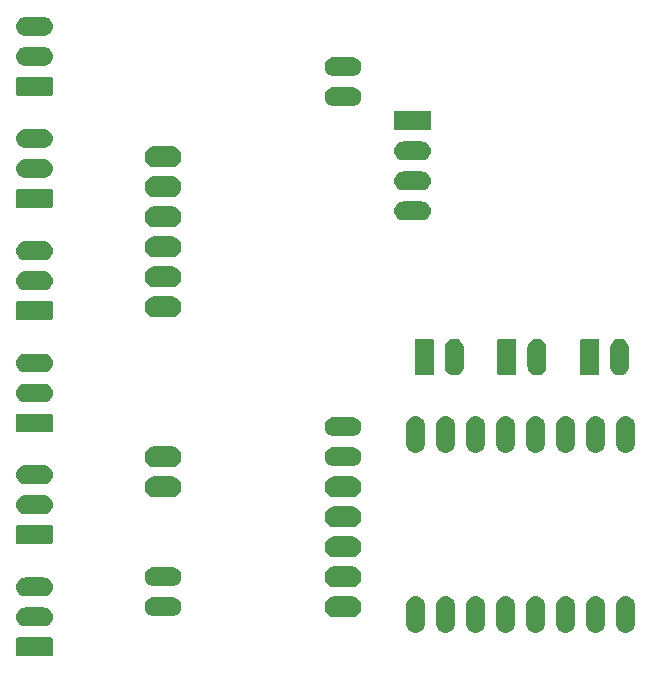
<source format=gbr>
G04 #@! TF.GenerationSoftware,KiCad,Pcbnew,5.0.2*
G04 #@! TF.CreationDate,2019-08-26T11:15:14-03:00*
G04 #@! TF.ProjectId,iceCubeNomeFeio,69636543-7562-4654-9e6f-6d654665696f,rev?*
G04 #@! TF.SameCoordinates,Original*
G04 #@! TF.FileFunction,Soldermask,Top*
G04 #@! TF.FilePolarity,Negative*
%FSLAX46Y46*%
G04 Gerber Fmt 4.6, Leading zero omitted, Abs format (unit mm)*
G04 Created by KiCad (PCBNEW 5.0.2) date seg 26 ago 2019 11:15:14 -03*
%MOMM*%
%LPD*%
G01*
G04 APERTURE LIST*
%ADD10C,0.100000*%
G04 APERTURE END LIST*
D10*
G36*
X121936834Y-118242315D02*
X121963303Y-118250344D01*
X121987695Y-118263382D01*
X122009073Y-118280927D01*
X122026618Y-118302305D01*
X122039656Y-118326697D01*
X122047685Y-118353166D01*
X122051000Y-118386826D01*
X122051000Y-119693174D01*
X122047685Y-119726834D01*
X122039656Y-119753303D01*
X122026618Y-119777695D01*
X122009073Y-119799073D01*
X121987695Y-119816618D01*
X121963303Y-119829656D01*
X121936834Y-119837685D01*
X121903174Y-119841000D01*
X119096826Y-119841000D01*
X119063166Y-119837685D01*
X119036697Y-119829656D01*
X119012305Y-119816618D01*
X118990927Y-119799073D01*
X118973382Y-119777695D01*
X118960344Y-119753303D01*
X118952315Y-119726834D01*
X118949000Y-119693174D01*
X118949000Y-118386826D01*
X118952315Y-118353166D01*
X118960344Y-118326697D01*
X118973382Y-118302305D01*
X118990927Y-118280927D01*
X119012305Y-118263382D01*
X119036697Y-118250344D01*
X119063166Y-118242315D01*
X119096826Y-118239000D01*
X121903174Y-118239000D01*
X121936834Y-118242315D01*
X121936834Y-118242315D01*
G37*
G36*
X170707025Y-114740590D02*
X170858012Y-114786392D01*
X170997165Y-114860770D01*
X171119133Y-114960867D01*
X171219230Y-115082835D01*
X171293608Y-115221988D01*
X171339410Y-115372975D01*
X171351000Y-115490654D01*
X171351000Y-117069346D01*
X171339410Y-117187025D01*
X171293608Y-117338012D01*
X171219230Y-117477165D01*
X171119136Y-117599130D01*
X171119134Y-117599131D01*
X171119133Y-117599133D01*
X171119129Y-117599136D01*
X170997161Y-117699232D01*
X170858011Y-117773608D01*
X170707024Y-117819410D01*
X170550000Y-117834875D01*
X170392975Y-117819410D01*
X170241988Y-117773608D01*
X170102835Y-117699230D01*
X169980870Y-117599136D01*
X169980869Y-117599134D01*
X169980867Y-117599133D01*
X169930819Y-117538149D01*
X169880768Y-117477161D01*
X169806392Y-117338011D01*
X169760590Y-117187024D01*
X169749000Y-117069345D01*
X169749001Y-115490654D01*
X169760591Y-115372975D01*
X169806393Y-115221988D01*
X169880771Y-115082835D01*
X169980868Y-114960867D01*
X170102836Y-114860770D01*
X170241989Y-114786392D01*
X170392976Y-114740590D01*
X170550000Y-114725125D01*
X170707025Y-114740590D01*
X170707025Y-114740590D01*
G37*
G36*
X168167025Y-114740590D02*
X168318012Y-114786392D01*
X168457165Y-114860770D01*
X168579133Y-114960867D01*
X168679230Y-115082835D01*
X168753608Y-115221988D01*
X168799410Y-115372975D01*
X168811000Y-115490654D01*
X168811000Y-117069346D01*
X168799410Y-117187025D01*
X168753608Y-117338012D01*
X168679230Y-117477165D01*
X168579136Y-117599130D01*
X168579134Y-117599131D01*
X168579133Y-117599133D01*
X168579129Y-117599136D01*
X168457161Y-117699232D01*
X168318011Y-117773608D01*
X168167024Y-117819410D01*
X168010000Y-117834875D01*
X167852975Y-117819410D01*
X167701988Y-117773608D01*
X167562835Y-117699230D01*
X167440870Y-117599136D01*
X167440869Y-117599134D01*
X167440867Y-117599133D01*
X167390819Y-117538149D01*
X167340768Y-117477161D01*
X167266392Y-117338011D01*
X167220590Y-117187024D01*
X167209000Y-117069345D01*
X167209001Y-115490654D01*
X167220591Y-115372975D01*
X167266393Y-115221988D01*
X167340771Y-115082835D01*
X167440868Y-114960867D01*
X167562836Y-114860770D01*
X167701989Y-114786392D01*
X167852976Y-114740590D01*
X168010000Y-114725125D01*
X168167025Y-114740590D01*
X168167025Y-114740590D01*
G37*
G36*
X165627025Y-114740590D02*
X165778012Y-114786392D01*
X165917165Y-114860770D01*
X166039133Y-114960867D01*
X166139230Y-115082835D01*
X166213608Y-115221988D01*
X166259410Y-115372975D01*
X166271000Y-115490654D01*
X166271000Y-117069346D01*
X166259410Y-117187025D01*
X166213608Y-117338012D01*
X166139230Y-117477165D01*
X166039136Y-117599130D01*
X166039134Y-117599131D01*
X166039133Y-117599133D01*
X166039129Y-117599136D01*
X165917161Y-117699232D01*
X165778011Y-117773608D01*
X165627024Y-117819410D01*
X165470000Y-117834875D01*
X165312975Y-117819410D01*
X165161988Y-117773608D01*
X165022835Y-117699230D01*
X164900870Y-117599136D01*
X164900869Y-117599134D01*
X164900867Y-117599133D01*
X164850819Y-117538149D01*
X164800768Y-117477161D01*
X164726392Y-117338011D01*
X164680590Y-117187024D01*
X164669000Y-117069345D01*
X164669001Y-115490654D01*
X164680591Y-115372975D01*
X164726393Y-115221988D01*
X164800771Y-115082835D01*
X164900868Y-114960867D01*
X165022836Y-114860770D01*
X165161989Y-114786392D01*
X165312976Y-114740590D01*
X165470000Y-114725125D01*
X165627025Y-114740590D01*
X165627025Y-114740590D01*
G37*
G36*
X163087025Y-114740590D02*
X163238012Y-114786392D01*
X163377165Y-114860770D01*
X163499133Y-114960867D01*
X163599230Y-115082835D01*
X163673608Y-115221988D01*
X163719410Y-115372975D01*
X163731000Y-115490654D01*
X163731000Y-117069346D01*
X163719410Y-117187025D01*
X163673608Y-117338012D01*
X163599230Y-117477165D01*
X163499136Y-117599130D01*
X163499134Y-117599131D01*
X163499133Y-117599133D01*
X163499129Y-117599136D01*
X163377161Y-117699232D01*
X163238011Y-117773608D01*
X163087024Y-117819410D01*
X162930000Y-117834875D01*
X162772975Y-117819410D01*
X162621988Y-117773608D01*
X162482835Y-117699230D01*
X162360870Y-117599136D01*
X162360869Y-117599134D01*
X162360867Y-117599133D01*
X162310819Y-117538149D01*
X162260768Y-117477161D01*
X162186392Y-117338011D01*
X162140590Y-117187024D01*
X162129000Y-117069345D01*
X162129001Y-115490654D01*
X162140591Y-115372975D01*
X162186393Y-115221988D01*
X162260771Y-115082835D01*
X162360868Y-114960867D01*
X162482836Y-114860770D01*
X162621989Y-114786392D01*
X162772976Y-114740590D01*
X162930000Y-114725125D01*
X163087025Y-114740590D01*
X163087025Y-114740590D01*
G37*
G36*
X160547025Y-114740590D02*
X160698012Y-114786392D01*
X160837165Y-114860770D01*
X160959133Y-114960867D01*
X161059230Y-115082835D01*
X161133608Y-115221988D01*
X161179410Y-115372975D01*
X161191000Y-115490654D01*
X161191000Y-117069346D01*
X161179410Y-117187025D01*
X161133608Y-117338012D01*
X161059230Y-117477165D01*
X160959136Y-117599130D01*
X160959134Y-117599131D01*
X160959133Y-117599133D01*
X160959129Y-117599136D01*
X160837161Y-117699232D01*
X160698011Y-117773608D01*
X160547024Y-117819410D01*
X160390000Y-117834875D01*
X160232975Y-117819410D01*
X160081988Y-117773608D01*
X159942835Y-117699230D01*
X159820870Y-117599136D01*
X159820869Y-117599134D01*
X159820867Y-117599133D01*
X159770819Y-117538149D01*
X159720768Y-117477161D01*
X159646392Y-117338011D01*
X159600590Y-117187024D01*
X159589000Y-117069345D01*
X159589001Y-115490654D01*
X159600591Y-115372975D01*
X159646393Y-115221988D01*
X159720771Y-115082835D01*
X159820868Y-114960867D01*
X159942836Y-114860770D01*
X160081989Y-114786392D01*
X160232976Y-114740590D01*
X160390000Y-114725125D01*
X160547025Y-114740590D01*
X160547025Y-114740590D01*
G37*
G36*
X158007025Y-114740590D02*
X158158012Y-114786392D01*
X158297165Y-114860770D01*
X158419133Y-114960867D01*
X158519230Y-115082835D01*
X158593608Y-115221988D01*
X158639410Y-115372975D01*
X158651000Y-115490654D01*
X158651000Y-117069346D01*
X158639410Y-117187025D01*
X158593608Y-117338012D01*
X158519230Y-117477165D01*
X158419136Y-117599130D01*
X158419134Y-117599131D01*
X158419133Y-117599133D01*
X158419129Y-117599136D01*
X158297161Y-117699232D01*
X158158011Y-117773608D01*
X158007024Y-117819410D01*
X157850000Y-117834875D01*
X157692975Y-117819410D01*
X157541988Y-117773608D01*
X157402835Y-117699230D01*
X157280870Y-117599136D01*
X157280869Y-117599134D01*
X157280867Y-117599133D01*
X157230819Y-117538149D01*
X157180768Y-117477161D01*
X157106392Y-117338011D01*
X157060590Y-117187024D01*
X157049000Y-117069345D01*
X157049001Y-115490654D01*
X157060591Y-115372975D01*
X157106393Y-115221988D01*
X157180771Y-115082835D01*
X157280868Y-114960867D01*
X157402836Y-114860770D01*
X157541989Y-114786392D01*
X157692976Y-114740590D01*
X157850000Y-114725125D01*
X158007025Y-114740590D01*
X158007025Y-114740590D01*
G37*
G36*
X155467025Y-114740590D02*
X155618012Y-114786392D01*
X155757165Y-114860770D01*
X155879133Y-114960867D01*
X155979230Y-115082835D01*
X156053608Y-115221988D01*
X156099410Y-115372975D01*
X156111000Y-115490654D01*
X156111000Y-117069346D01*
X156099410Y-117187025D01*
X156053608Y-117338012D01*
X155979230Y-117477165D01*
X155879136Y-117599130D01*
X155879134Y-117599131D01*
X155879133Y-117599133D01*
X155879129Y-117599136D01*
X155757161Y-117699232D01*
X155618011Y-117773608D01*
X155467024Y-117819410D01*
X155310000Y-117834875D01*
X155152975Y-117819410D01*
X155001988Y-117773608D01*
X154862835Y-117699230D01*
X154740870Y-117599136D01*
X154740869Y-117599134D01*
X154740867Y-117599133D01*
X154690819Y-117538149D01*
X154640768Y-117477161D01*
X154566392Y-117338011D01*
X154520590Y-117187024D01*
X154509000Y-117069345D01*
X154509001Y-115490654D01*
X154520591Y-115372975D01*
X154566393Y-115221988D01*
X154640771Y-115082835D01*
X154740868Y-114960867D01*
X154862836Y-114860770D01*
X155001989Y-114786392D01*
X155152976Y-114740590D01*
X155310000Y-114725125D01*
X155467025Y-114740590D01*
X155467025Y-114740590D01*
G37*
G36*
X152927025Y-114740590D02*
X153078012Y-114786392D01*
X153217165Y-114860770D01*
X153339133Y-114960867D01*
X153439230Y-115082835D01*
X153513608Y-115221988D01*
X153559410Y-115372975D01*
X153571000Y-115490654D01*
X153571000Y-117069346D01*
X153559410Y-117187025D01*
X153513608Y-117338012D01*
X153439230Y-117477165D01*
X153339136Y-117599130D01*
X153339134Y-117599131D01*
X153339133Y-117599133D01*
X153339129Y-117599136D01*
X153217161Y-117699232D01*
X153078011Y-117773608D01*
X152927024Y-117819410D01*
X152770000Y-117834875D01*
X152612975Y-117819410D01*
X152461988Y-117773608D01*
X152322835Y-117699230D01*
X152200870Y-117599136D01*
X152200869Y-117599134D01*
X152200867Y-117599133D01*
X152150819Y-117538149D01*
X152100768Y-117477161D01*
X152026392Y-117338011D01*
X151980590Y-117187024D01*
X151969000Y-117069345D01*
X151969001Y-115490654D01*
X151980591Y-115372975D01*
X152026393Y-115221988D01*
X152100771Y-115082835D01*
X152200868Y-114960867D01*
X152322836Y-114860770D01*
X152461989Y-114786392D01*
X152612976Y-114740590D01*
X152770000Y-114725125D01*
X152927025Y-114740590D01*
X152927025Y-114740590D01*
G37*
G36*
X121407025Y-115710590D02*
X121558012Y-115756392D01*
X121697165Y-115830770D01*
X121819133Y-115930867D01*
X121919230Y-116052835D01*
X121993608Y-116191988D01*
X122039410Y-116342975D01*
X122054875Y-116500000D01*
X122039410Y-116657025D01*
X121993608Y-116808012D01*
X121919230Y-116947165D01*
X121819133Y-117069133D01*
X121697165Y-117169230D01*
X121558012Y-117243608D01*
X121407025Y-117289410D01*
X121289346Y-117301000D01*
X119710654Y-117301000D01*
X119592975Y-117289410D01*
X119441988Y-117243608D01*
X119302835Y-117169230D01*
X119180867Y-117069133D01*
X119080770Y-116947165D01*
X119006392Y-116808012D01*
X118960590Y-116657025D01*
X118945125Y-116500000D01*
X118960590Y-116342975D01*
X119006392Y-116191988D01*
X119080770Y-116052835D01*
X119180867Y-115930867D01*
X119302835Y-115830770D01*
X119441988Y-115756392D01*
X119592975Y-115710590D01*
X119710654Y-115699000D01*
X121289346Y-115699000D01*
X121407025Y-115710590D01*
X121407025Y-115710590D01*
G37*
G36*
X147380443Y-114735519D02*
X147446627Y-114742037D01*
X147559853Y-114776384D01*
X147616467Y-114793557D01*
X147682775Y-114829000D01*
X147772991Y-114877222D01*
X147808729Y-114906552D01*
X147910186Y-114989814D01*
X147986525Y-115082835D01*
X148022778Y-115127009D01*
X148022779Y-115127011D01*
X148106443Y-115283533D01*
X148106443Y-115283534D01*
X148157963Y-115453373D01*
X148175359Y-115630000D01*
X148157963Y-115806627D01*
X148150639Y-115830770D01*
X148106443Y-115976467D01*
X148065623Y-116052835D01*
X148022778Y-116132991D01*
X147993448Y-116168729D01*
X147910186Y-116270186D01*
X147808729Y-116353448D01*
X147772991Y-116382778D01*
X147772989Y-116382779D01*
X147616467Y-116466443D01*
X147559853Y-116483616D01*
X147446627Y-116517963D01*
X147380443Y-116524481D01*
X147314260Y-116531000D01*
X145925740Y-116531000D01*
X145859557Y-116524481D01*
X145793373Y-116517963D01*
X145680147Y-116483616D01*
X145623533Y-116466443D01*
X145467011Y-116382779D01*
X145467009Y-116382778D01*
X145431271Y-116353448D01*
X145329814Y-116270186D01*
X145246552Y-116168729D01*
X145217222Y-116132991D01*
X145174377Y-116052835D01*
X145133557Y-115976467D01*
X145089361Y-115830770D01*
X145082037Y-115806627D01*
X145064641Y-115630000D01*
X145082037Y-115453373D01*
X145133557Y-115283534D01*
X145133557Y-115283533D01*
X145217221Y-115127011D01*
X145217222Y-115127009D01*
X145253475Y-115082835D01*
X145329814Y-114989814D01*
X145431271Y-114906552D01*
X145467009Y-114877222D01*
X145557225Y-114829000D01*
X145623533Y-114793557D01*
X145680147Y-114776384D01*
X145793373Y-114742037D01*
X145859557Y-114735519D01*
X145925740Y-114729000D01*
X147314260Y-114729000D01*
X147380443Y-114735519D01*
X147380443Y-114735519D01*
G37*
G36*
X132287025Y-114840590D02*
X132438012Y-114886392D01*
X132577165Y-114960770D01*
X132699133Y-115060867D01*
X132799230Y-115182835D01*
X132873608Y-115321988D01*
X132919410Y-115472975D01*
X132934875Y-115630000D01*
X132919410Y-115787025D01*
X132873608Y-115938012D01*
X132799230Y-116077165D01*
X132699133Y-116199133D01*
X132577165Y-116299230D01*
X132438012Y-116373608D01*
X132287025Y-116419410D01*
X132169346Y-116431000D01*
X130590654Y-116431000D01*
X130472975Y-116419410D01*
X130321988Y-116373608D01*
X130182835Y-116299230D01*
X130060867Y-116199133D01*
X129960770Y-116077165D01*
X129886392Y-115938012D01*
X129840590Y-115787025D01*
X129825125Y-115630000D01*
X129840590Y-115472975D01*
X129886392Y-115321988D01*
X129960770Y-115182835D01*
X130060867Y-115060867D01*
X130182835Y-114960770D01*
X130321988Y-114886392D01*
X130472975Y-114840590D01*
X130590654Y-114829000D01*
X132169346Y-114829000D01*
X132287025Y-114840590D01*
X132287025Y-114840590D01*
G37*
G36*
X121407025Y-113170590D02*
X121558012Y-113216392D01*
X121697165Y-113290770D01*
X121819133Y-113390867D01*
X121919230Y-113512835D01*
X121993608Y-113651988D01*
X122039410Y-113802975D01*
X122054875Y-113960000D01*
X122039410Y-114117025D01*
X121993608Y-114268012D01*
X121919230Y-114407165D01*
X121819133Y-114529133D01*
X121697165Y-114629230D01*
X121558012Y-114703608D01*
X121407025Y-114749410D01*
X121289346Y-114761000D01*
X119710654Y-114761000D01*
X119592975Y-114749410D01*
X119441988Y-114703608D01*
X119302835Y-114629230D01*
X119180867Y-114529133D01*
X119080770Y-114407165D01*
X119006392Y-114268012D01*
X118960590Y-114117025D01*
X118945125Y-113960000D01*
X118960590Y-113802975D01*
X119006392Y-113651988D01*
X119080770Y-113512835D01*
X119180867Y-113390867D01*
X119302835Y-113290770D01*
X119441988Y-113216392D01*
X119592975Y-113170590D01*
X119710654Y-113159000D01*
X121289346Y-113159000D01*
X121407025Y-113170590D01*
X121407025Y-113170590D01*
G37*
G36*
X147380443Y-112195519D02*
X147446627Y-112202037D01*
X147559853Y-112236384D01*
X147616467Y-112253557D01*
X147682775Y-112289000D01*
X147772991Y-112337222D01*
X147808729Y-112366552D01*
X147910186Y-112449814D01*
X147993448Y-112551271D01*
X148022778Y-112587009D01*
X148022779Y-112587011D01*
X148106443Y-112743533D01*
X148106443Y-112743534D01*
X148157963Y-112913373D01*
X148175359Y-113090000D01*
X148157963Y-113266627D01*
X148150639Y-113290770D01*
X148106443Y-113436467D01*
X148065623Y-113512835D01*
X148022778Y-113592991D01*
X147993448Y-113628729D01*
X147910186Y-113730186D01*
X147808729Y-113813448D01*
X147772991Y-113842778D01*
X147772989Y-113842779D01*
X147616467Y-113926443D01*
X147559853Y-113943616D01*
X147446627Y-113977963D01*
X147380443Y-113984481D01*
X147314260Y-113991000D01*
X145925740Y-113991000D01*
X145859557Y-113984481D01*
X145793373Y-113977963D01*
X145680147Y-113943616D01*
X145623533Y-113926443D01*
X145467011Y-113842779D01*
X145467009Y-113842778D01*
X145431271Y-113813448D01*
X145329814Y-113730186D01*
X145246552Y-113628729D01*
X145217222Y-113592991D01*
X145174377Y-113512835D01*
X145133557Y-113436467D01*
X145089361Y-113290770D01*
X145082037Y-113266627D01*
X145064641Y-113090000D01*
X145082037Y-112913373D01*
X145133557Y-112743534D01*
X145133557Y-112743533D01*
X145217221Y-112587011D01*
X145217222Y-112587009D01*
X145246552Y-112551271D01*
X145329814Y-112449814D01*
X145431271Y-112366552D01*
X145467009Y-112337222D01*
X145557225Y-112289000D01*
X145623533Y-112253557D01*
X145680147Y-112236384D01*
X145793373Y-112202037D01*
X145859557Y-112195519D01*
X145925740Y-112189000D01*
X147314260Y-112189000D01*
X147380443Y-112195519D01*
X147380443Y-112195519D01*
G37*
G36*
X132287025Y-112300590D02*
X132438012Y-112346392D01*
X132577165Y-112420770D01*
X132699133Y-112520867D01*
X132799230Y-112642835D01*
X132873608Y-112781988D01*
X132919410Y-112932975D01*
X132934875Y-113090000D01*
X132919410Y-113247025D01*
X132873608Y-113398012D01*
X132799230Y-113537165D01*
X132699133Y-113659133D01*
X132577165Y-113759230D01*
X132438012Y-113833608D01*
X132287025Y-113879410D01*
X132169346Y-113891000D01*
X130590654Y-113891000D01*
X130472975Y-113879410D01*
X130321988Y-113833608D01*
X130182835Y-113759230D01*
X130060867Y-113659133D01*
X129960770Y-113537165D01*
X129886392Y-113398012D01*
X129840590Y-113247025D01*
X129825125Y-113090000D01*
X129840590Y-112932975D01*
X129886392Y-112781988D01*
X129960770Y-112642835D01*
X130060867Y-112520867D01*
X130182835Y-112420770D01*
X130321988Y-112346392D01*
X130472975Y-112300590D01*
X130590654Y-112289000D01*
X132169346Y-112289000D01*
X132287025Y-112300590D01*
X132287025Y-112300590D01*
G37*
G36*
X147380443Y-109655519D02*
X147446627Y-109662037D01*
X147559853Y-109696384D01*
X147616467Y-109713557D01*
X147755087Y-109787652D01*
X147772991Y-109797222D01*
X147808729Y-109826552D01*
X147910186Y-109909814D01*
X147993448Y-110011271D01*
X148022778Y-110047009D01*
X148022779Y-110047011D01*
X148106443Y-110203533D01*
X148106443Y-110203534D01*
X148157963Y-110373373D01*
X148175359Y-110550000D01*
X148157963Y-110726627D01*
X148123616Y-110839853D01*
X148106443Y-110896467D01*
X148032348Y-111035087D01*
X148022778Y-111052991D01*
X147993448Y-111088729D01*
X147910186Y-111190186D01*
X147808729Y-111273448D01*
X147772991Y-111302778D01*
X147772989Y-111302779D01*
X147616467Y-111386443D01*
X147559853Y-111403616D01*
X147446627Y-111437963D01*
X147380443Y-111444481D01*
X147314260Y-111451000D01*
X145925740Y-111451000D01*
X145859557Y-111444481D01*
X145793373Y-111437963D01*
X145680147Y-111403616D01*
X145623533Y-111386443D01*
X145467011Y-111302779D01*
X145467009Y-111302778D01*
X145431271Y-111273448D01*
X145329814Y-111190186D01*
X145246552Y-111088729D01*
X145217222Y-111052991D01*
X145207652Y-111035087D01*
X145133557Y-110896467D01*
X145116384Y-110839853D01*
X145082037Y-110726627D01*
X145064641Y-110550000D01*
X145082037Y-110373373D01*
X145133557Y-110203534D01*
X145133557Y-110203533D01*
X145217221Y-110047011D01*
X145217222Y-110047009D01*
X145246552Y-110011271D01*
X145329814Y-109909814D01*
X145431271Y-109826552D01*
X145467009Y-109797222D01*
X145484913Y-109787652D01*
X145623533Y-109713557D01*
X145680147Y-109696384D01*
X145793373Y-109662037D01*
X145859557Y-109655519D01*
X145925740Y-109649000D01*
X147314260Y-109649000D01*
X147380443Y-109655519D01*
X147380443Y-109655519D01*
G37*
G36*
X121936834Y-108742315D02*
X121963303Y-108750344D01*
X121987695Y-108763382D01*
X122009073Y-108780927D01*
X122026618Y-108802305D01*
X122039656Y-108826697D01*
X122047685Y-108853166D01*
X122051000Y-108886826D01*
X122051000Y-110193174D01*
X122047685Y-110226834D01*
X122039656Y-110253303D01*
X122026618Y-110277695D01*
X122009073Y-110299073D01*
X121987695Y-110316618D01*
X121963303Y-110329656D01*
X121936834Y-110337685D01*
X121903174Y-110341000D01*
X119096826Y-110341000D01*
X119063166Y-110337685D01*
X119036697Y-110329656D01*
X119012305Y-110316618D01*
X118990927Y-110299073D01*
X118973382Y-110277695D01*
X118960344Y-110253303D01*
X118952315Y-110226834D01*
X118949000Y-110193174D01*
X118949000Y-108886826D01*
X118952315Y-108853166D01*
X118960344Y-108826697D01*
X118973382Y-108802305D01*
X118990927Y-108780927D01*
X119012305Y-108763382D01*
X119036697Y-108750344D01*
X119063166Y-108742315D01*
X119096826Y-108739000D01*
X121903174Y-108739000D01*
X121936834Y-108742315D01*
X121936834Y-108742315D01*
G37*
G36*
X147380442Y-107115518D02*
X147446627Y-107122037D01*
X147559853Y-107156384D01*
X147616467Y-107173557D01*
X147755087Y-107247652D01*
X147772991Y-107257222D01*
X147808729Y-107286552D01*
X147910186Y-107369814D01*
X147973665Y-107447165D01*
X148022778Y-107507009D01*
X148022779Y-107507011D01*
X148106443Y-107663533D01*
X148106443Y-107663534D01*
X148157963Y-107833373D01*
X148175359Y-108010000D01*
X148157963Y-108186627D01*
X148123616Y-108299853D01*
X148106443Y-108356467D01*
X148032348Y-108495087D01*
X148022778Y-108512991D01*
X147993448Y-108548729D01*
X147910186Y-108650186D01*
X147808729Y-108733448D01*
X147772991Y-108762778D01*
X147772989Y-108762779D01*
X147616467Y-108846443D01*
X147559853Y-108863616D01*
X147446627Y-108897963D01*
X147380442Y-108904482D01*
X147314260Y-108911000D01*
X145925740Y-108911000D01*
X145859558Y-108904482D01*
X145793373Y-108897963D01*
X145680147Y-108863616D01*
X145623533Y-108846443D01*
X145467011Y-108762779D01*
X145467009Y-108762778D01*
X145431271Y-108733448D01*
X145329814Y-108650186D01*
X145246552Y-108548729D01*
X145217222Y-108512991D01*
X145207652Y-108495087D01*
X145133557Y-108356467D01*
X145116384Y-108299853D01*
X145082037Y-108186627D01*
X145064641Y-108010000D01*
X145082037Y-107833373D01*
X145133557Y-107663534D01*
X145133557Y-107663533D01*
X145217221Y-107507011D01*
X145217222Y-107507009D01*
X145266335Y-107447165D01*
X145329814Y-107369814D01*
X145431271Y-107286552D01*
X145467009Y-107257222D01*
X145484913Y-107247652D01*
X145623533Y-107173557D01*
X145680147Y-107156384D01*
X145793373Y-107122037D01*
X145859558Y-107115518D01*
X145925740Y-107109000D01*
X147314260Y-107109000D01*
X147380442Y-107115518D01*
X147380442Y-107115518D01*
G37*
G36*
X121407025Y-106210590D02*
X121558012Y-106256392D01*
X121697165Y-106330770D01*
X121819133Y-106430867D01*
X121919230Y-106552835D01*
X121993608Y-106691988D01*
X122039410Y-106842975D01*
X122054875Y-107000000D01*
X122039410Y-107157025D01*
X121993608Y-107308012D01*
X121919230Y-107447165D01*
X121819133Y-107569133D01*
X121697165Y-107669230D01*
X121558012Y-107743608D01*
X121407025Y-107789410D01*
X121289346Y-107801000D01*
X119710654Y-107801000D01*
X119592975Y-107789410D01*
X119441988Y-107743608D01*
X119302835Y-107669230D01*
X119180867Y-107569133D01*
X119080770Y-107447165D01*
X119006392Y-107308012D01*
X118960590Y-107157025D01*
X118945125Y-107000000D01*
X118960590Y-106842975D01*
X119006392Y-106691988D01*
X119080770Y-106552835D01*
X119180867Y-106430867D01*
X119302835Y-106330770D01*
X119441988Y-106256392D01*
X119592975Y-106210590D01*
X119710654Y-106199000D01*
X121289346Y-106199000D01*
X121407025Y-106210590D01*
X121407025Y-106210590D01*
G37*
G36*
X147380443Y-104575519D02*
X147446627Y-104582037D01*
X147559853Y-104616384D01*
X147616467Y-104633557D01*
X147755087Y-104707652D01*
X147772991Y-104717222D01*
X147808729Y-104746552D01*
X147910186Y-104829814D01*
X147973665Y-104907165D01*
X148022778Y-104967009D01*
X148022779Y-104967011D01*
X148106443Y-105123533D01*
X148106443Y-105123534D01*
X148157963Y-105293373D01*
X148175359Y-105470000D01*
X148157963Y-105646627D01*
X148123616Y-105759853D01*
X148106443Y-105816467D01*
X148032348Y-105955087D01*
X148022778Y-105972991D01*
X147993448Y-106008729D01*
X147910186Y-106110186D01*
X147808729Y-106193448D01*
X147772991Y-106222778D01*
X147772989Y-106222779D01*
X147616467Y-106306443D01*
X147559853Y-106323616D01*
X147446627Y-106357963D01*
X147380442Y-106364482D01*
X147314260Y-106371000D01*
X145925740Y-106371000D01*
X145859558Y-106364482D01*
X145793373Y-106357963D01*
X145680147Y-106323616D01*
X145623533Y-106306443D01*
X145467011Y-106222779D01*
X145467009Y-106222778D01*
X145431271Y-106193448D01*
X145329814Y-106110186D01*
X145246552Y-106008729D01*
X145217222Y-105972991D01*
X145207652Y-105955087D01*
X145133557Y-105816467D01*
X145116384Y-105759853D01*
X145082037Y-105646627D01*
X145064641Y-105470000D01*
X145082037Y-105293373D01*
X145133557Y-105123534D01*
X145133557Y-105123533D01*
X145217221Y-104967011D01*
X145217222Y-104967009D01*
X145266335Y-104907165D01*
X145329814Y-104829814D01*
X145431271Y-104746552D01*
X145467009Y-104717222D01*
X145484913Y-104707652D01*
X145623533Y-104633557D01*
X145680147Y-104616384D01*
X145793373Y-104582037D01*
X145859557Y-104575519D01*
X145925740Y-104569000D01*
X147314260Y-104569000D01*
X147380443Y-104575519D01*
X147380443Y-104575519D01*
G37*
G36*
X132140443Y-104575519D02*
X132206627Y-104582037D01*
X132319853Y-104616384D01*
X132376467Y-104633557D01*
X132515087Y-104707652D01*
X132532991Y-104717222D01*
X132568729Y-104746552D01*
X132670186Y-104829814D01*
X132733665Y-104907165D01*
X132782778Y-104967009D01*
X132782779Y-104967011D01*
X132866443Y-105123533D01*
X132866443Y-105123534D01*
X132917963Y-105293373D01*
X132935359Y-105470000D01*
X132917963Y-105646627D01*
X132883616Y-105759853D01*
X132866443Y-105816467D01*
X132792348Y-105955087D01*
X132782778Y-105972991D01*
X132753448Y-106008729D01*
X132670186Y-106110186D01*
X132568729Y-106193448D01*
X132532991Y-106222778D01*
X132532989Y-106222779D01*
X132376467Y-106306443D01*
X132319853Y-106323616D01*
X132206627Y-106357963D01*
X132140442Y-106364482D01*
X132074260Y-106371000D01*
X130685740Y-106371000D01*
X130619558Y-106364482D01*
X130553373Y-106357963D01*
X130440147Y-106323616D01*
X130383533Y-106306443D01*
X130227011Y-106222779D01*
X130227009Y-106222778D01*
X130191271Y-106193448D01*
X130089814Y-106110186D01*
X130006552Y-106008729D01*
X129977222Y-105972991D01*
X129967652Y-105955087D01*
X129893557Y-105816467D01*
X129876384Y-105759853D01*
X129842037Y-105646627D01*
X129824641Y-105470000D01*
X129842037Y-105293373D01*
X129893557Y-105123534D01*
X129893557Y-105123533D01*
X129977221Y-104967011D01*
X129977222Y-104967009D01*
X130026335Y-104907165D01*
X130089814Y-104829814D01*
X130191271Y-104746552D01*
X130227009Y-104717222D01*
X130244913Y-104707652D01*
X130383533Y-104633557D01*
X130440147Y-104616384D01*
X130553373Y-104582037D01*
X130619557Y-104575519D01*
X130685740Y-104569000D01*
X132074260Y-104569000D01*
X132140443Y-104575519D01*
X132140443Y-104575519D01*
G37*
G36*
X121407025Y-103670590D02*
X121558012Y-103716392D01*
X121697165Y-103790770D01*
X121819133Y-103890867D01*
X121919230Y-104012835D01*
X121993608Y-104151988D01*
X122039410Y-104302975D01*
X122054875Y-104460000D01*
X122039410Y-104617025D01*
X121993608Y-104768012D01*
X121919230Y-104907165D01*
X121819133Y-105029133D01*
X121697165Y-105129230D01*
X121558012Y-105203608D01*
X121407025Y-105249410D01*
X121289346Y-105261000D01*
X119710654Y-105261000D01*
X119592975Y-105249410D01*
X119441988Y-105203608D01*
X119302835Y-105129230D01*
X119180867Y-105029133D01*
X119080770Y-104907165D01*
X119006392Y-104768012D01*
X118960590Y-104617025D01*
X118945125Y-104460000D01*
X118960590Y-104302975D01*
X119006392Y-104151988D01*
X119080770Y-104012835D01*
X119180867Y-103890867D01*
X119302835Y-103790770D01*
X119441988Y-103716392D01*
X119592975Y-103670590D01*
X119710654Y-103659000D01*
X121289346Y-103659000D01*
X121407025Y-103670590D01*
X121407025Y-103670590D01*
G37*
G36*
X132140442Y-102035518D02*
X132206627Y-102042037D01*
X132319853Y-102076384D01*
X132376467Y-102093557D01*
X132442775Y-102129000D01*
X132532991Y-102177222D01*
X132568729Y-102206552D01*
X132670186Y-102289814D01*
X132753448Y-102391271D01*
X132782778Y-102427009D01*
X132782779Y-102427011D01*
X132866443Y-102583533D01*
X132866443Y-102583534D01*
X132917963Y-102753373D01*
X132935359Y-102930000D01*
X132917963Y-103106627D01*
X132883616Y-103219853D01*
X132866443Y-103276467D01*
X132812618Y-103377165D01*
X132782778Y-103432991D01*
X132753448Y-103468729D01*
X132670186Y-103570186D01*
X132568729Y-103653448D01*
X132532991Y-103682778D01*
X132532989Y-103682779D01*
X132376467Y-103766443D01*
X132319853Y-103783616D01*
X132206627Y-103817963D01*
X132140442Y-103824482D01*
X132074260Y-103831000D01*
X130685740Y-103831000D01*
X130619558Y-103824482D01*
X130553373Y-103817963D01*
X130440147Y-103783616D01*
X130383533Y-103766443D01*
X130227011Y-103682779D01*
X130227009Y-103682778D01*
X130191271Y-103653448D01*
X130089814Y-103570186D01*
X130006552Y-103468729D01*
X129977222Y-103432991D01*
X129947382Y-103377165D01*
X129893557Y-103276467D01*
X129876384Y-103219853D01*
X129842037Y-103106627D01*
X129824641Y-102930000D01*
X129842037Y-102753373D01*
X129893557Y-102583534D01*
X129893557Y-102583533D01*
X129977221Y-102427011D01*
X129977222Y-102427009D01*
X130006552Y-102391271D01*
X130089814Y-102289814D01*
X130191271Y-102206552D01*
X130227009Y-102177222D01*
X130317225Y-102129000D01*
X130383533Y-102093557D01*
X130440147Y-102076384D01*
X130553373Y-102042037D01*
X130619557Y-102035519D01*
X130685740Y-102029000D01*
X132074260Y-102029000D01*
X132140442Y-102035518D01*
X132140442Y-102035518D01*
G37*
G36*
X147527025Y-102140590D02*
X147678012Y-102186392D01*
X147817165Y-102260770D01*
X147939133Y-102360867D01*
X148039230Y-102482835D01*
X148113608Y-102621988D01*
X148159410Y-102772975D01*
X148174875Y-102930000D01*
X148159410Y-103087025D01*
X148113608Y-103238012D01*
X148039230Y-103377165D01*
X147939133Y-103499133D01*
X147817165Y-103599230D01*
X147678012Y-103673608D01*
X147527025Y-103719410D01*
X147409346Y-103731000D01*
X145830654Y-103731000D01*
X145712975Y-103719410D01*
X145561988Y-103673608D01*
X145422835Y-103599230D01*
X145300867Y-103499133D01*
X145200770Y-103377165D01*
X145126392Y-103238012D01*
X145080590Y-103087025D01*
X145065125Y-102930000D01*
X145080590Y-102772975D01*
X145126392Y-102621988D01*
X145200770Y-102482835D01*
X145300867Y-102360867D01*
X145422835Y-102260770D01*
X145561988Y-102186392D01*
X145712975Y-102140590D01*
X145830654Y-102129000D01*
X147409346Y-102129000D01*
X147527025Y-102140590D01*
X147527025Y-102140590D01*
G37*
G36*
X168167025Y-99500590D02*
X168318012Y-99546392D01*
X168457165Y-99620770D01*
X168579133Y-99720867D01*
X168679230Y-99842835D01*
X168753608Y-99981988D01*
X168799410Y-100132975D01*
X168811000Y-100250654D01*
X168811000Y-101829346D01*
X168799410Y-101947025D01*
X168753608Y-102098012D01*
X168679230Y-102237165D01*
X168579136Y-102359130D01*
X168579134Y-102359131D01*
X168579133Y-102359133D01*
X168518148Y-102409181D01*
X168457161Y-102459232D01*
X168318011Y-102533608D01*
X168167024Y-102579410D01*
X168010000Y-102594875D01*
X167852975Y-102579410D01*
X167701988Y-102533608D01*
X167562835Y-102459230D01*
X167440870Y-102359136D01*
X167440869Y-102359134D01*
X167440867Y-102359133D01*
X167360144Y-102260771D01*
X167340768Y-102237161D01*
X167266392Y-102098011D01*
X167220590Y-101947024D01*
X167209000Y-101829345D01*
X167209001Y-100250654D01*
X167220591Y-100132975D01*
X167266393Y-99981988D01*
X167340771Y-99842835D01*
X167440868Y-99720867D01*
X167562836Y-99620770D01*
X167701989Y-99546392D01*
X167852976Y-99500590D01*
X168010000Y-99485125D01*
X168167025Y-99500590D01*
X168167025Y-99500590D01*
G37*
G36*
X165627025Y-99500590D02*
X165778012Y-99546392D01*
X165917165Y-99620770D01*
X166039133Y-99720867D01*
X166139230Y-99842835D01*
X166213608Y-99981988D01*
X166259410Y-100132975D01*
X166271000Y-100250654D01*
X166271000Y-101829346D01*
X166259410Y-101947025D01*
X166213608Y-102098012D01*
X166139230Y-102237165D01*
X166039136Y-102359130D01*
X166039134Y-102359131D01*
X166039133Y-102359133D01*
X165978148Y-102409181D01*
X165917161Y-102459232D01*
X165778011Y-102533608D01*
X165627024Y-102579410D01*
X165470000Y-102594875D01*
X165312975Y-102579410D01*
X165161988Y-102533608D01*
X165022835Y-102459230D01*
X164900870Y-102359136D01*
X164900869Y-102359134D01*
X164900867Y-102359133D01*
X164820144Y-102260771D01*
X164800768Y-102237161D01*
X164726392Y-102098011D01*
X164680590Y-101947024D01*
X164669000Y-101829345D01*
X164669001Y-100250654D01*
X164680591Y-100132975D01*
X164726393Y-99981988D01*
X164800771Y-99842835D01*
X164900868Y-99720867D01*
X165022836Y-99620770D01*
X165161989Y-99546392D01*
X165312976Y-99500590D01*
X165470000Y-99485125D01*
X165627025Y-99500590D01*
X165627025Y-99500590D01*
G37*
G36*
X163087025Y-99500590D02*
X163238012Y-99546392D01*
X163377165Y-99620770D01*
X163499133Y-99720867D01*
X163599230Y-99842835D01*
X163673608Y-99981988D01*
X163719410Y-100132975D01*
X163731000Y-100250654D01*
X163731000Y-101829346D01*
X163719410Y-101947025D01*
X163673608Y-102098012D01*
X163599230Y-102237165D01*
X163499136Y-102359130D01*
X163499134Y-102359131D01*
X163499133Y-102359133D01*
X163438148Y-102409181D01*
X163377161Y-102459232D01*
X163238011Y-102533608D01*
X163087024Y-102579410D01*
X162930000Y-102594875D01*
X162772975Y-102579410D01*
X162621988Y-102533608D01*
X162482835Y-102459230D01*
X162360870Y-102359136D01*
X162360869Y-102359134D01*
X162360867Y-102359133D01*
X162280144Y-102260771D01*
X162260768Y-102237161D01*
X162186392Y-102098011D01*
X162140590Y-101947024D01*
X162129000Y-101829345D01*
X162129001Y-100250654D01*
X162140591Y-100132975D01*
X162186393Y-99981988D01*
X162260771Y-99842835D01*
X162360868Y-99720867D01*
X162482836Y-99620770D01*
X162621989Y-99546392D01*
X162772976Y-99500590D01*
X162930000Y-99485125D01*
X163087025Y-99500590D01*
X163087025Y-99500590D01*
G37*
G36*
X160547025Y-99500590D02*
X160698012Y-99546392D01*
X160837165Y-99620770D01*
X160959133Y-99720867D01*
X161059230Y-99842835D01*
X161133608Y-99981988D01*
X161179410Y-100132975D01*
X161191000Y-100250654D01*
X161191000Y-101829346D01*
X161179410Y-101947025D01*
X161133608Y-102098012D01*
X161059230Y-102237165D01*
X160959136Y-102359130D01*
X160959134Y-102359131D01*
X160959133Y-102359133D01*
X160898148Y-102409181D01*
X160837161Y-102459232D01*
X160698011Y-102533608D01*
X160547024Y-102579410D01*
X160390000Y-102594875D01*
X160232975Y-102579410D01*
X160081988Y-102533608D01*
X159942835Y-102459230D01*
X159820870Y-102359136D01*
X159820869Y-102359134D01*
X159820867Y-102359133D01*
X159740144Y-102260771D01*
X159720768Y-102237161D01*
X159646392Y-102098011D01*
X159600590Y-101947024D01*
X159589000Y-101829345D01*
X159589001Y-100250654D01*
X159600591Y-100132975D01*
X159646393Y-99981988D01*
X159720771Y-99842835D01*
X159820868Y-99720867D01*
X159942836Y-99620770D01*
X160081989Y-99546392D01*
X160232976Y-99500590D01*
X160390000Y-99485125D01*
X160547025Y-99500590D01*
X160547025Y-99500590D01*
G37*
G36*
X155467025Y-99500590D02*
X155618012Y-99546392D01*
X155757165Y-99620770D01*
X155879133Y-99720867D01*
X155979230Y-99842835D01*
X156053608Y-99981988D01*
X156099410Y-100132975D01*
X156111000Y-100250654D01*
X156111000Y-101829346D01*
X156099410Y-101947025D01*
X156053608Y-102098012D01*
X155979230Y-102237165D01*
X155879136Y-102359130D01*
X155879134Y-102359131D01*
X155879133Y-102359133D01*
X155818148Y-102409181D01*
X155757161Y-102459232D01*
X155618011Y-102533608D01*
X155467024Y-102579410D01*
X155310000Y-102594875D01*
X155152975Y-102579410D01*
X155001988Y-102533608D01*
X154862835Y-102459230D01*
X154740870Y-102359136D01*
X154740869Y-102359134D01*
X154740867Y-102359133D01*
X154660144Y-102260771D01*
X154640768Y-102237161D01*
X154566392Y-102098011D01*
X154520590Y-101947024D01*
X154509000Y-101829345D01*
X154509001Y-100250654D01*
X154520591Y-100132975D01*
X154566393Y-99981988D01*
X154640771Y-99842835D01*
X154740868Y-99720867D01*
X154862836Y-99620770D01*
X155001989Y-99546392D01*
X155152976Y-99500590D01*
X155310000Y-99485125D01*
X155467025Y-99500590D01*
X155467025Y-99500590D01*
G37*
G36*
X158007025Y-99500590D02*
X158158012Y-99546392D01*
X158297165Y-99620770D01*
X158419133Y-99720867D01*
X158519230Y-99842835D01*
X158593608Y-99981988D01*
X158639410Y-100132975D01*
X158651000Y-100250654D01*
X158651000Y-101829346D01*
X158639410Y-101947025D01*
X158593608Y-102098012D01*
X158519230Y-102237165D01*
X158419136Y-102359130D01*
X158419134Y-102359131D01*
X158419133Y-102359133D01*
X158358148Y-102409181D01*
X158297161Y-102459232D01*
X158158011Y-102533608D01*
X158007024Y-102579410D01*
X157850000Y-102594875D01*
X157692975Y-102579410D01*
X157541988Y-102533608D01*
X157402835Y-102459230D01*
X157280870Y-102359136D01*
X157280869Y-102359134D01*
X157280867Y-102359133D01*
X157200144Y-102260771D01*
X157180768Y-102237161D01*
X157106392Y-102098011D01*
X157060590Y-101947024D01*
X157049000Y-101829345D01*
X157049001Y-100250654D01*
X157060591Y-100132975D01*
X157106393Y-99981988D01*
X157180771Y-99842835D01*
X157280868Y-99720867D01*
X157402836Y-99620770D01*
X157541989Y-99546392D01*
X157692976Y-99500590D01*
X157850000Y-99485125D01*
X158007025Y-99500590D01*
X158007025Y-99500590D01*
G37*
G36*
X152927025Y-99500590D02*
X153078012Y-99546392D01*
X153217165Y-99620770D01*
X153339133Y-99720867D01*
X153439230Y-99842835D01*
X153513608Y-99981988D01*
X153559410Y-100132975D01*
X153571000Y-100250654D01*
X153571000Y-101829346D01*
X153559410Y-101947025D01*
X153513608Y-102098012D01*
X153439230Y-102237165D01*
X153339136Y-102359130D01*
X153339134Y-102359131D01*
X153339133Y-102359133D01*
X153278148Y-102409181D01*
X153217161Y-102459232D01*
X153078011Y-102533608D01*
X152927024Y-102579410D01*
X152770000Y-102594875D01*
X152612975Y-102579410D01*
X152461988Y-102533608D01*
X152322835Y-102459230D01*
X152200870Y-102359136D01*
X152200869Y-102359134D01*
X152200867Y-102359133D01*
X152120144Y-102260771D01*
X152100768Y-102237161D01*
X152026392Y-102098011D01*
X151980590Y-101947024D01*
X151969000Y-101829345D01*
X151969001Y-100250654D01*
X151980591Y-100132975D01*
X152026393Y-99981988D01*
X152100771Y-99842835D01*
X152200868Y-99720867D01*
X152322836Y-99620770D01*
X152461989Y-99546392D01*
X152612976Y-99500590D01*
X152770000Y-99485125D01*
X152927025Y-99500590D01*
X152927025Y-99500590D01*
G37*
G36*
X170707025Y-99500590D02*
X170858012Y-99546392D01*
X170997165Y-99620770D01*
X171119133Y-99720867D01*
X171219230Y-99842835D01*
X171293608Y-99981988D01*
X171339410Y-100132975D01*
X171351000Y-100250654D01*
X171351000Y-101829346D01*
X171339410Y-101947025D01*
X171293608Y-102098012D01*
X171219230Y-102237165D01*
X171119136Y-102359130D01*
X171119134Y-102359131D01*
X171119133Y-102359133D01*
X171058148Y-102409181D01*
X170997161Y-102459232D01*
X170858011Y-102533608D01*
X170707024Y-102579410D01*
X170550000Y-102594875D01*
X170392975Y-102579410D01*
X170241988Y-102533608D01*
X170102835Y-102459230D01*
X169980870Y-102359136D01*
X169980869Y-102359134D01*
X169980867Y-102359133D01*
X169900144Y-102260771D01*
X169880768Y-102237161D01*
X169806392Y-102098011D01*
X169760590Y-101947024D01*
X169749000Y-101829345D01*
X169749001Y-100250654D01*
X169760591Y-100132975D01*
X169806393Y-99981988D01*
X169880771Y-99842835D01*
X169980868Y-99720867D01*
X170102836Y-99620770D01*
X170241989Y-99546392D01*
X170392976Y-99500590D01*
X170550000Y-99485125D01*
X170707025Y-99500590D01*
X170707025Y-99500590D01*
G37*
G36*
X147527025Y-99600590D02*
X147678012Y-99646392D01*
X147817165Y-99720770D01*
X147939133Y-99820867D01*
X148039230Y-99942835D01*
X148113608Y-100081988D01*
X148159410Y-100232975D01*
X148174875Y-100390000D01*
X148159410Y-100547025D01*
X148113608Y-100698012D01*
X148039230Y-100837165D01*
X147939133Y-100959133D01*
X147817165Y-101059230D01*
X147678012Y-101133608D01*
X147527025Y-101179410D01*
X147409346Y-101191000D01*
X145830654Y-101191000D01*
X145712975Y-101179410D01*
X145561988Y-101133608D01*
X145422835Y-101059230D01*
X145300867Y-100959133D01*
X145200770Y-100837165D01*
X145126392Y-100698012D01*
X145080590Y-100547025D01*
X145065125Y-100390000D01*
X145080590Y-100232975D01*
X145126392Y-100081988D01*
X145200770Y-99942835D01*
X145300867Y-99820867D01*
X145422835Y-99720770D01*
X145561988Y-99646392D01*
X145712975Y-99600590D01*
X145830654Y-99589000D01*
X147409346Y-99589000D01*
X147527025Y-99600590D01*
X147527025Y-99600590D01*
G37*
G36*
X121936834Y-99282315D02*
X121963303Y-99290344D01*
X121987695Y-99303382D01*
X122009073Y-99320927D01*
X122026618Y-99342305D01*
X122039656Y-99366697D01*
X122047685Y-99393166D01*
X122051000Y-99426826D01*
X122051000Y-100733174D01*
X122047685Y-100766834D01*
X122039656Y-100793303D01*
X122026618Y-100817695D01*
X122009073Y-100839073D01*
X121987695Y-100856618D01*
X121963303Y-100869656D01*
X121936834Y-100877685D01*
X121903174Y-100881000D01*
X119096826Y-100881000D01*
X119063166Y-100877685D01*
X119036697Y-100869656D01*
X119012305Y-100856618D01*
X118990927Y-100839073D01*
X118973382Y-100817695D01*
X118960344Y-100793303D01*
X118952315Y-100766834D01*
X118949000Y-100733174D01*
X118949000Y-99426826D01*
X118952315Y-99393166D01*
X118960344Y-99366697D01*
X118973382Y-99342305D01*
X118990927Y-99320927D01*
X119012305Y-99303382D01*
X119036697Y-99290344D01*
X119063166Y-99282315D01*
X119096826Y-99279000D01*
X121903174Y-99279000D01*
X121936834Y-99282315D01*
X121936834Y-99282315D01*
G37*
G36*
X121407025Y-96750590D02*
X121558012Y-96796392D01*
X121697165Y-96870770D01*
X121819133Y-96970867D01*
X121919230Y-97092835D01*
X121993608Y-97231988D01*
X122039410Y-97382975D01*
X122054875Y-97540000D01*
X122039410Y-97697025D01*
X121993608Y-97848012D01*
X121919230Y-97987165D01*
X121819133Y-98109133D01*
X121697165Y-98209230D01*
X121558012Y-98283608D01*
X121407025Y-98329410D01*
X121289346Y-98341000D01*
X119710654Y-98341000D01*
X119592975Y-98329410D01*
X119441988Y-98283608D01*
X119302835Y-98209230D01*
X119180867Y-98109133D01*
X119080770Y-97987165D01*
X119006392Y-97848012D01*
X118960590Y-97697025D01*
X118945125Y-97540000D01*
X118960590Y-97382975D01*
X119006392Y-97231988D01*
X119080770Y-97092835D01*
X119180867Y-96970867D01*
X119302835Y-96870770D01*
X119441988Y-96796392D01*
X119592975Y-96750590D01*
X119710654Y-96739000D01*
X121289346Y-96739000D01*
X121407025Y-96750590D01*
X121407025Y-96750590D01*
G37*
G36*
X156197024Y-92960590D02*
X156348011Y-93006392D01*
X156487161Y-93080768D01*
X156548149Y-93130819D01*
X156609133Y-93180867D01*
X156609134Y-93180869D01*
X156609136Y-93180870D01*
X156709230Y-93302835D01*
X156783608Y-93441988D01*
X156829410Y-93592975D01*
X156841000Y-93710654D01*
X156841000Y-95289346D01*
X156829410Y-95407025D01*
X156783608Y-95558012D01*
X156709230Y-95697165D01*
X156609133Y-95819133D01*
X156487165Y-95919230D01*
X156348012Y-95993608D01*
X156197025Y-96039410D01*
X156040000Y-96054875D01*
X155882976Y-96039410D01*
X155731989Y-95993608D01*
X155592836Y-95919230D01*
X155470868Y-95819133D01*
X155370771Y-95697165D01*
X155296393Y-95558012D01*
X155250591Y-95407025D01*
X155239001Y-95289346D01*
X155239000Y-93710655D01*
X155250590Y-93592976D01*
X155296392Y-93441989D01*
X155370768Y-93302839D01*
X155470865Y-93180870D01*
X155470867Y-93180867D01*
X155470869Y-93180866D01*
X155470870Y-93180864D01*
X155592835Y-93080770D01*
X155731988Y-93006392D01*
X155882975Y-92960590D01*
X156040000Y-92945125D01*
X156197024Y-92960590D01*
X156197024Y-92960590D01*
G37*
G36*
X170197024Y-92960590D02*
X170348011Y-93006392D01*
X170487161Y-93080768D01*
X170548149Y-93130819D01*
X170609133Y-93180867D01*
X170609134Y-93180869D01*
X170609136Y-93180870D01*
X170709230Y-93302835D01*
X170783608Y-93441988D01*
X170829410Y-93592975D01*
X170841000Y-93710654D01*
X170841000Y-95289346D01*
X170829410Y-95407025D01*
X170783608Y-95558012D01*
X170709230Y-95697165D01*
X170609133Y-95819133D01*
X170487165Y-95919230D01*
X170348012Y-95993608D01*
X170197025Y-96039410D01*
X170040000Y-96054875D01*
X169882976Y-96039410D01*
X169731989Y-95993608D01*
X169592836Y-95919230D01*
X169470868Y-95819133D01*
X169370771Y-95697165D01*
X169296393Y-95558012D01*
X169250591Y-95407025D01*
X169239001Y-95289346D01*
X169239000Y-93710655D01*
X169250590Y-93592976D01*
X169296392Y-93441989D01*
X169370768Y-93302839D01*
X169470865Y-93180870D01*
X169470867Y-93180867D01*
X169470869Y-93180866D01*
X169470870Y-93180864D01*
X169592835Y-93080770D01*
X169731988Y-93006392D01*
X169882975Y-92960590D01*
X170040000Y-92945125D01*
X170197024Y-92960590D01*
X170197024Y-92960590D01*
G37*
G36*
X163197024Y-92960590D02*
X163348011Y-93006392D01*
X163487161Y-93080768D01*
X163548149Y-93130819D01*
X163609133Y-93180867D01*
X163609134Y-93180869D01*
X163609136Y-93180870D01*
X163709230Y-93302835D01*
X163783608Y-93441988D01*
X163829410Y-93592975D01*
X163841000Y-93710654D01*
X163841000Y-95289346D01*
X163829410Y-95407025D01*
X163783608Y-95558012D01*
X163709230Y-95697165D01*
X163609133Y-95819133D01*
X163487165Y-95919230D01*
X163348012Y-95993608D01*
X163197025Y-96039410D01*
X163040000Y-96054875D01*
X162882976Y-96039410D01*
X162731989Y-95993608D01*
X162592836Y-95919230D01*
X162470868Y-95819133D01*
X162370771Y-95697165D01*
X162296393Y-95558012D01*
X162250591Y-95407025D01*
X162239001Y-95289346D01*
X162239000Y-93710655D01*
X162250590Y-93592976D01*
X162296392Y-93441989D01*
X162370768Y-93302839D01*
X162470865Y-93180870D01*
X162470867Y-93180867D01*
X162470869Y-93180866D01*
X162470870Y-93180864D01*
X162592835Y-93080770D01*
X162731988Y-93006392D01*
X162882975Y-92960590D01*
X163040000Y-92945125D01*
X163197024Y-92960590D01*
X163197024Y-92960590D01*
G37*
G36*
X161186834Y-92952315D02*
X161213303Y-92960344D01*
X161237695Y-92973382D01*
X161259073Y-92990927D01*
X161276618Y-93012305D01*
X161289656Y-93036697D01*
X161297685Y-93063166D01*
X161301000Y-93096826D01*
X161301000Y-95903174D01*
X161297685Y-95936834D01*
X161289656Y-95963303D01*
X161276618Y-95987695D01*
X161259073Y-96009073D01*
X161237695Y-96026618D01*
X161213303Y-96039656D01*
X161186834Y-96047685D01*
X161153174Y-96051000D01*
X159846826Y-96051000D01*
X159813166Y-96047685D01*
X159786697Y-96039656D01*
X159762305Y-96026618D01*
X159740927Y-96009073D01*
X159723382Y-95987695D01*
X159710344Y-95963303D01*
X159702315Y-95936834D01*
X159699000Y-95903174D01*
X159699000Y-93096826D01*
X159702315Y-93063166D01*
X159710344Y-93036697D01*
X159723382Y-93012305D01*
X159740927Y-92990927D01*
X159762305Y-92973382D01*
X159786697Y-92960344D01*
X159813166Y-92952315D01*
X159846826Y-92949000D01*
X161153174Y-92949000D01*
X161186834Y-92952315D01*
X161186834Y-92952315D01*
G37*
G36*
X154186834Y-92952315D02*
X154213303Y-92960344D01*
X154237695Y-92973382D01*
X154259073Y-92990927D01*
X154276618Y-93012305D01*
X154289656Y-93036697D01*
X154297685Y-93063166D01*
X154301000Y-93096826D01*
X154301000Y-95903174D01*
X154297685Y-95936834D01*
X154289656Y-95963303D01*
X154276618Y-95987695D01*
X154259073Y-96009073D01*
X154237695Y-96026618D01*
X154213303Y-96039656D01*
X154186834Y-96047685D01*
X154153174Y-96051000D01*
X152846826Y-96051000D01*
X152813166Y-96047685D01*
X152786697Y-96039656D01*
X152762305Y-96026618D01*
X152740927Y-96009073D01*
X152723382Y-95987695D01*
X152710344Y-95963303D01*
X152702315Y-95936834D01*
X152699000Y-95903174D01*
X152699000Y-93096826D01*
X152702315Y-93063166D01*
X152710344Y-93036697D01*
X152723382Y-93012305D01*
X152740927Y-92990927D01*
X152762305Y-92973382D01*
X152786697Y-92960344D01*
X152813166Y-92952315D01*
X152846826Y-92949000D01*
X154153174Y-92949000D01*
X154186834Y-92952315D01*
X154186834Y-92952315D01*
G37*
G36*
X168186834Y-92952315D02*
X168213303Y-92960344D01*
X168237695Y-92973382D01*
X168259073Y-92990927D01*
X168276618Y-93012305D01*
X168289656Y-93036697D01*
X168297685Y-93063166D01*
X168301000Y-93096826D01*
X168301000Y-95903174D01*
X168297685Y-95936834D01*
X168289656Y-95963303D01*
X168276618Y-95987695D01*
X168259073Y-96009073D01*
X168237695Y-96026618D01*
X168213303Y-96039656D01*
X168186834Y-96047685D01*
X168153174Y-96051000D01*
X166846826Y-96051000D01*
X166813166Y-96047685D01*
X166786697Y-96039656D01*
X166762305Y-96026618D01*
X166740927Y-96009073D01*
X166723382Y-95987695D01*
X166710344Y-95963303D01*
X166702315Y-95936834D01*
X166699000Y-95903174D01*
X166699000Y-93096826D01*
X166702315Y-93063166D01*
X166710344Y-93036697D01*
X166723382Y-93012305D01*
X166740927Y-92990927D01*
X166762305Y-92973382D01*
X166786697Y-92960344D01*
X166813166Y-92952315D01*
X166846826Y-92949000D01*
X168153174Y-92949000D01*
X168186834Y-92952315D01*
X168186834Y-92952315D01*
G37*
G36*
X121407025Y-94210590D02*
X121558012Y-94256392D01*
X121697165Y-94330770D01*
X121819133Y-94430867D01*
X121919230Y-94552835D01*
X121993608Y-94691988D01*
X122039410Y-94842975D01*
X122054875Y-95000000D01*
X122039410Y-95157025D01*
X121993608Y-95308012D01*
X121919230Y-95447165D01*
X121819133Y-95569133D01*
X121697165Y-95669230D01*
X121558012Y-95743608D01*
X121407025Y-95789410D01*
X121289346Y-95801000D01*
X119710654Y-95801000D01*
X119592975Y-95789410D01*
X119441988Y-95743608D01*
X119302835Y-95669230D01*
X119180867Y-95569133D01*
X119080770Y-95447165D01*
X119006392Y-95308012D01*
X118960590Y-95157025D01*
X118945125Y-95000000D01*
X118960590Y-94842975D01*
X119006392Y-94691988D01*
X119080770Y-94552835D01*
X119180867Y-94430867D01*
X119302835Y-94330770D01*
X119441988Y-94256392D01*
X119592975Y-94210590D01*
X119710654Y-94199000D01*
X121289346Y-94199000D01*
X121407025Y-94210590D01*
X121407025Y-94210590D01*
G37*
G36*
X121936834Y-89782315D02*
X121963303Y-89790344D01*
X121987695Y-89803382D01*
X122009073Y-89820927D01*
X122026618Y-89842305D01*
X122039656Y-89866697D01*
X122047685Y-89893166D01*
X122051000Y-89926826D01*
X122051000Y-91233174D01*
X122047685Y-91266834D01*
X122039656Y-91293303D01*
X122026618Y-91317695D01*
X122009073Y-91339073D01*
X121987695Y-91356618D01*
X121963303Y-91369656D01*
X121936834Y-91377685D01*
X121903174Y-91381000D01*
X119096826Y-91381000D01*
X119063166Y-91377685D01*
X119036697Y-91369656D01*
X119012305Y-91356618D01*
X118990927Y-91339073D01*
X118973382Y-91317695D01*
X118960344Y-91293303D01*
X118952315Y-91266834D01*
X118949000Y-91233174D01*
X118949000Y-89926826D01*
X118952315Y-89893166D01*
X118960344Y-89866697D01*
X118973382Y-89842305D01*
X118990927Y-89820927D01*
X119012305Y-89803382D01*
X119036697Y-89790344D01*
X119063166Y-89782315D01*
X119096826Y-89779000D01*
X121903174Y-89779000D01*
X121936834Y-89782315D01*
X121936834Y-89782315D01*
G37*
G36*
X132140442Y-89335518D02*
X132206627Y-89342037D01*
X132319853Y-89376384D01*
X132376467Y-89393557D01*
X132515087Y-89467652D01*
X132532991Y-89477222D01*
X132568729Y-89506552D01*
X132670186Y-89589814D01*
X132753448Y-89691271D01*
X132782778Y-89727009D01*
X132782779Y-89727011D01*
X132866443Y-89883533D01*
X132883616Y-89940147D01*
X132917963Y-90053373D01*
X132935359Y-90230000D01*
X132917963Y-90406627D01*
X132883616Y-90519853D01*
X132866443Y-90576467D01*
X132792348Y-90715087D01*
X132782778Y-90732991D01*
X132753448Y-90768729D01*
X132670186Y-90870186D01*
X132568729Y-90953448D01*
X132532991Y-90982778D01*
X132532989Y-90982779D01*
X132376467Y-91066443D01*
X132319853Y-91083616D01*
X132206627Y-91117963D01*
X132140443Y-91124481D01*
X132074260Y-91131000D01*
X130685740Y-91131000D01*
X130619557Y-91124481D01*
X130553373Y-91117963D01*
X130440147Y-91083616D01*
X130383533Y-91066443D01*
X130227011Y-90982779D01*
X130227009Y-90982778D01*
X130191271Y-90953448D01*
X130089814Y-90870186D01*
X130006552Y-90768729D01*
X129977222Y-90732991D01*
X129967652Y-90715087D01*
X129893557Y-90576467D01*
X129876384Y-90519853D01*
X129842037Y-90406627D01*
X129824641Y-90230000D01*
X129842037Y-90053373D01*
X129876384Y-89940147D01*
X129893557Y-89883533D01*
X129977221Y-89727011D01*
X129977222Y-89727009D01*
X130006552Y-89691271D01*
X130089814Y-89589814D01*
X130191271Y-89506552D01*
X130227009Y-89477222D01*
X130244913Y-89467652D01*
X130383533Y-89393557D01*
X130440147Y-89376384D01*
X130553373Y-89342037D01*
X130619558Y-89335518D01*
X130685740Y-89329000D01*
X132074260Y-89329000D01*
X132140442Y-89335518D01*
X132140442Y-89335518D01*
G37*
G36*
X121407025Y-87250590D02*
X121558012Y-87296392D01*
X121697165Y-87370770D01*
X121819133Y-87470867D01*
X121919230Y-87592835D01*
X121993608Y-87731988D01*
X122039410Y-87882975D01*
X122054875Y-88040000D01*
X122039410Y-88197025D01*
X121993608Y-88348012D01*
X121919230Y-88487165D01*
X121819133Y-88609133D01*
X121697165Y-88709230D01*
X121558012Y-88783608D01*
X121407025Y-88829410D01*
X121289346Y-88841000D01*
X119710654Y-88841000D01*
X119592975Y-88829410D01*
X119441988Y-88783608D01*
X119302835Y-88709230D01*
X119180867Y-88609133D01*
X119080770Y-88487165D01*
X119006392Y-88348012D01*
X118960590Y-88197025D01*
X118945125Y-88040000D01*
X118960590Y-87882975D01*
X119006392Y-87731988D01*
X119080770Y-87592835D01*
X119180867Y-87470867D01*
X119302835Y-87370770D01*
X119441988Y-87296392D01*
X119592975Y-87250590D01*
X119710654Y-87239000D01*
X121289346Y-87239000D01*
X121407025Y-87250590D01*
X121407025Y-87250590D01*
G37*
G36*
X132140443Y-86795519D02*
X132206627Y-86802037D01*
X132319853Y-86836384D01*
X132376467Y-86853557D01*
X132515087Y-86927652D01*
X132532991Y-86937222D01*
X132568729Y-86966552D01*
X132670186Y-87049814D01*
X132753448Y-87151271D01*
X132782778Y-87187009D01*
X132782779Y-87187011D01*
X132866443Y-87343533D01*
X132866443Y-87343534D01*
X132917963Y-87513373D01*
X132935359Y-87690000D01*
X132917963Y-87866627D01*
X132913003Y-87882977D01*
X132866443Y-88036467D01*
X132792348Y-88175087D01*
X132782778Y-88192991D01*
X132779467Y-88197025D01*
X132670186Y-88330186D01*
X132568729Y-88413448D01*
X132532991Y-88442778D01*
X132532989Y-88442779D01*
X132376467Y-88526443D01*
X132319853Y-88543616D01*
X132206627Y-88577963D01*
X132140442Y-88584482D01*
X132074260Y-88591000D01*
X130685740Y-88591000D01*
X130619558Y-88584482D01*
X130553373Y-88577963D01*
X130440147Y-88543616D01*
X130383533Y-88526443D01*
X130227011Y-88442779D01*
X130227009Y-88442778D01*
X130191271Y-88413448D01*
X130089814Y-88330186D01*
X129980533Y-88197025D01*
X129977222Y-88192991D01*
X129967652Y-88175087D01*
X129893557Y-88036467D01*
X129846997Y-87882977D01*
X129842037Y-87866627D01*
X129824641Y-87690000D01*
X129842037Y-87513373D01*
X129893557Y-87343534D01*
X129893557Y-87343533D01*
X129977221Y-87187011D01*
X129977222Y-87187009D01*
X130006552Y-87151271D01*
X130089814Y-87049814D01*
X130191271Y-86966552D01*
X130227009Y-86937222D01*
X130244913Y-86927652D01*
X130383533Y-86853557D01*
X130440147Y-86836384D01*
X130553373Y-86802037D01*
X130619557Y-86795519D01*
X130685740Y-86789000D01*
X132074260Y-86789000D01*
X132140443Y-86795519D01*
X132140443Y-86795519D01*
G37*
G36*
X121407025Y-84710590D02*
X121558012Y-84756392D01*
X121697165Y-84830770D01*
X121819133Y-84930867D01*
X121919230Y-85052835D01*
X121993608Y-85191988D01*
X122039410Y-85342975D01*
X122054875Y-85500000D01*
X122039410Y-85657025D01*
X121993608Y-85808012D01*
X121919230Y-85947165D01*
X121819133Y-86069133D01*
X121697165Y-86169230D01*
X121558012Y-86243608D01*
X121407025Y-86289410D01*
X121289346Y-86301000D01*
X119710654Y-86301000D01*
X119592975Y-86289410D01*
X119441988Y-86243608D01*
X119302835Y-86169230D01*
X119180867Y-86069133D01*
X119080770Y-85947165D01*
X119006392Y-85808012D01*
X118960590Y-85657025D01*
X118945125Y-85500000D01*
X118960590Y-85342975D01*
X119006392Y-85191988D01*
X119080770Y-85052835D01*
X119180867Y-84930867D01*
X119302835Y-84830770D01*
X119441988Y-84756392D01*
X119592975Y-84710590D01*
X119710654Y-84699000D01*
X121289346Y-84699000D01*
X121407025Y-84710590D01*
X121407025Y-84710590D01*
G37*
G36*
X132140443Y-84255519D02*
X132206627Y-84262037D01*
X132319853Y-84296384D01*
X132376467Y-84313557D01*
X132515087Y-84387652D01*
X132532991Y-84397222D01*
X132568729Y-84426552D01*
X132670186Y-84509814D01*
X132753448Y-84611271D01*
X132782778Y-84647009D01*
X132782779Y-84647011D01*
X132866443Y-84803533D01*
X132866443Y-84803534D01*
X132917963Y-84973373D01*
X132935359Y-85150000D01*
X132917963Y-85326627D01*
X132913003Y-85342977D01*
X132866443Y-85496467D01*
X132792348Y-85635087D01*
X132782778Y-85652991D01*
X132779467Y-85657025D01*
X132670186Y-85790186D01*
X132568729Y-85873448D01*
X132532991Y-85902778D01*
X132532989Y-85902779D01*
X132376467Y-85986443D01*
X132319853Y-86003616D01*
X132206627Y-86037963D01*
X132140443Y-86044481D01*
X132074260Y-86051000D01*
X130685740Y-86051000D01*
X130619557Y-86044481D01*
X130553373Y-86037963D01*
X130440147Y-86003616D01*
X130383533Y-85986443D01*
X130227011Y-85902779D01*
X130227009Y-85902778D01*
X130191271Y-85873448D01*
X130089814Y-85790186D01*
X129980533Y-85657025D01*
X129977222Y-85652991D01*
X129967652Y-85635087D01*
X129893557Y-85496467D01*
X129846997Y-85342977D01*
X129842037Y-85326627D01*
X129824641Y-85150000D01*
X129842037Y-84973373D01*
X129893557Y-84803534D01*
X129893557Y-84803533D01*
X129977221Y-84647011D01*
X129977222Y-84647009D01*
X130006552Y-84611271D01*
X130089814Y-84509814D01*
X130191271Y-84426552D01*
X130227009Y-84397222D01*
X130244913Y-84387652D01*
X130383533Y-84313557D01*
X130440147Y-84296384D01*
X130553373Y-84262037D01*
X130619557Y-84255519D01*
X130685740Y-84249000D01*
X132074260Y-84249000D01*
X132140443Y-84255519D01*
X132140443Y-84255519D01*
G37*
G36*
X132140442Y-81715518D02*
X132206627Y-81722037D01*
X132319853Y-81756384D01*
X132376467Y-81773557D01*
X132459042Y-81817695D01*
X132532991Y-81857222D01*
X132556563Y-81876567D01*
X132670186Y-81969814D01*
X132753448Y-82071271D01*
X132782778Y-82107009D01*
X132782779Y-82107011D01*
X132866443Y-82263533D01*
X132883616Y-82320147D01*
X132917963Y-82433373D01*
X132935359Y-82610000D01*
X132917963Y-82786627D01*
X132917173Y-82789230D01*
X132866443Y-82956467D01*
X132792348Y-83095087D01*
X132782778Y-83112991D01*
X132753448Y-83148729D01*
X132670186Y-83250186D01*
X132568729Y-83333448D01*
X132532991Y-83362778D01*
X132532989Y-83362779D01*
X132376467Y-83446443D01*
X132319853Y-83463616D01*
X132206627Y-83497963D01*
X132140442Y-83504482D01*
X132074260Y-83511000D01*
X130685740Y-83511000D01*
X130619558Y-83504482D01*
X130553373Y-83497963D01*
X130440147Y-83463616D01*
X130383533Y-83446443D01*
X130227011Y-83362779D01*
X130227009Y-83362778D01*
X130191271Y-83333448D01*
X130089814Y-83250186D01*
X130006552Y-83148729D01*
X129977222Y-83112991D01*
X129967652Y-83095087D01*
X129893557Y-82956467D01*
X129842827Y-82789230D01*
X129842037Y-82786627D01*
X129824641Y-82610000D01*
X129842037Y-82433373D01*
X129876384Y-82320147D01*
X129893557Y-82263533D01*
X129977221Y-82107011D01*
X129977222Y-82107009D01*
X130006552Y-82071271D01*
X130089814Y-81969814D01*
X130203437Y-81876567D01*
X130227009Y-81857222D01*
X130300958Y-81817695D01*
X130383533Y-81773557D01*
X130440147Y-81756384D01*
X130553373Y-81722037D01*
X130619558Y-81715518D01*
X130685740Y-81709000D01*
X132074260Y-81709000D01*
X132140442Y-81715518D01*
X132140442Y-81715518D01*
G37*
G36*
X153407025Y-81330590D02*
X153558012Y-81376392D01*
X153697165Y-81450770D01*
X153819133Y-81550867D01*
X153919230Y-81672835D01*
X153993608Y-81811988D01*
X154039410Y-81962975D01*
X154054875Y-82120000D01*
X154039410Y-82277025D01*
X153993608Y-82428012D01*
X153919230Y-82567165D01*
X153819133Y-82689133D01*
X153697165Y-82789230D01*
X153558012Y-82863608D01*
X153407025Y-82909410D01*
X153289346Y-82921000D01*
X151710654Y-82921000D01*
X151592975Y-82909410D01*
X151441988Y-82863608D01*
X151302835Y-82789230D01*
X151180867Y-82689133D01*
X151080770Y-82567165D01*
X151006392Y-82428012D01*
X150960590Y-82277025D01*
X150945125Y-82120000D01*
X150960590Y-81962975D01*
X151006392Y-81811988D01*
X151080770Y-81672835D01*
X151180867Y-81550867D01*
X151302835Y-81450770D01*
X151441988Y-81376392D01*
X151592975Y-81330590D01*
X151710654Y-81319000D01*
X153289346Y-81319000D01*
X153407025Y-81330590D01*
X153407025Y-81330590D01*
G37*
G36*
X121936834Y-80282315D02*
X121963303Y-80290344D01*
X121987695Y-80303382D01*
X122009073Y-80320927D01*
X122026618Y-80342305D01*
X122039656Y-80366697D01*
X122047685Y-80393166D01*
X122051000Y-80426826D01*
X122051000Y-81733174D01*
X122047685Y-81766834D01*
X122039656Y-81793303D01*
X122026618Y-81817695D01*
X122009073Y-81839073D01*
X121987695Y-81856618D01*
X121963303Y-81869656D01*
X121936834Y-81877685D01*
X121903174Y-81881000D01*
X119096826Y-81881000D01*
X119063166Y-81877685D01*
X119036697Y-81869656D01*
X119012305Y-81856618D01*
X118990927Y-81839073D01*
X118973382Y-81817695D01*
X118960344Y-81793303D01*
X118952315Y-81766834D01*
X118949000Y-81733174D01*
X118949000Y-80426826D01*
X118952315Y-80393166D01*
X118960344Y-80366697D01*
X118973382Y-80342305D01*
X118990927Y-80320927D01*
X119012305Y-80303382D01*
X119036697Y-80290344D01*
X119063166Y-80282315D01*
X119096826Y-80279000D01*
X121903174Y-80279000D01*
X121936834Y-80282315D01*
X121936834Y-80282315D01*
G37*
G36*
X132140443Y-79175519D02*
X132206627Y-79182037D01*
X132296267Y-79209229D01*
X132376467Y-79233557D01*
X132448365Y-79271988D01*
X132532991Y-79317222D01*
X132547842Y-79329410D01*
X132670186Y-79429814D01*
X132753448Y-79531271D01*
X132782778Y-79567009D01*
X132782779Y-79567011D01*
X132866443Y-79723533D01*
X132883616Y-79780147D01*
X132917963Y-79893373D01*
X132935359Y-80070000D01*
X132917963Y-80246627D01*
X132896349Y-80317878D01*
X132866443Y-80416467D01*
X132840671Y-80464682D01*
X132782778Y-80572991D01*
X132753448Y-80608729D01*
X132670186Y-80710186D01*
X132568729Y-80793448D01*
X132532991Y-80822778D01*
X132532989Y-80822779D01*
X132376467Y-80906443D01*
X132319853Y-80923616D01*
X132206627Y-80957963D01*
X132140442Y-80964482D01*
X132074260Y-80971000D01*
X130685740Y-80971000D01*
X130619558Y-80964482D01*
X130553373Y-80957963D01*
X130440147Y-80923616D01*
X130383533Y-80906443D01*
X130227011Y-80822779D01*
X130227009Y-80822778D01*
X130191271Y-80793448D01*
X130089814Y-80710186D01*
X130006552Y-80608729D01*
X129977222Y-80572991D01*
X129919329Y-80464682D01*
X129893557Y-80416467D01*
X129863651Y-80317878D01*
X129842037Y-80246627D01*
X129824641Y-80070000D01*
X129842037Y-79893373D01*
X129876384Y-79780147D01*
X129893557Y-79723533D01*
X129977221Y-79567011D01*
X129977222Y-79567009D01*
X130006552Y-79531271D01*
X130089814Y-79429814D01*
X130212158Y-79329410D01*
X130227009Y-79317222D01*
X130311635Y-79271988D01*
X130383533Y-79233557D01*
X130463733Y-79209229D01*
X130553373Y-79182037D01*
X130619557Y-79175519D01*
X130685740Y-79169000D01*
X132074260Y-79169000D01*
X132140443Y-79175519D01*
X132140443Y-79175519D01*
G37*
G36*
X153407025Y-78790590D02*
X153558012Y-78836392D01*
X153697165Y-78910770D01*
X153819133Y-79010867D01*
X153919230Y-79132835D01*
X153993608Y-79271988D01*
X154039410Y-79422975D01*
X154054875Y-79580000D01*
X154039410Y-79737025D01*
X153993608Y-79888012D01*
X153919230Y-80027165D01*
X153819133Y-80149133D01*
X153697165Y-80249230D01*
X153558012Y-80323608D01*
X153407025Y-80369410D01*
X153289346Y-80381000D01*
X151710654Y-80381000D01*
X151592975Y-80369410D01*
X151441988Y-80323608D01*
X151302835Y-80249230D01*
X151180867Y-80149133D01*
X151080770Y-80027165D01*
X151006392Y-79888012D01*
X150960590Y-79737025D01*
X150945125Y-79580000D01*
X150960590Y-79422975D01*
X151006392Y-79271988D01*
X151080770Y-79132835D01*
X151180867Y-79010867D01*
X151302835Y-78910770D01*
X151441988Y-78836392D01*
X151592975Y-78790590D01*
X151710654Y-78779000D01*
X153289346Y-78779000D01*
X153407025Y-78790590D01*
X153407025Y-78790590D01*
G37*
G36*
X121407025Y-77750590D02*
X121558012Y-77796392D01*
X121697165Y-77870770D01*
X121819133Y-77970867D01*
X121919230Y-78092835D01*
X121993608Y-78231988D01*
X122039410Y-78382975D01*
X122054875Y-78540000D01*
X122039410Y-78697025D01*
X121993608Y-78848012D01*
X121919230Y-78987165D01*
X121819133Y-79109133D01*
X121697165Y-79209230D01*
X121558012Y-79283608D01*
X121407025Y-79329410D01*
X121289346Y-79341000D01*
X119710654Y-79341000D01*
X119592975Y-79329410D01*
X119441988Y-79283608D01*
X119302835Y-79209230D01*
X119180867Y-79109133D01*
X119080770Y-78987165D01*
X119006392Y-78848012D01*
X118960590Y-78697025D01*
X118945125Y-78540000D01*
X118960590Y-78382975D01*
X119006392Y-78231988D01*
X119080770Y-78092835D01*
X119180867Y-77970867D01*
X119302835Y-77870770D01*
X119441988Y-77796392D01*
X119592975Y-77750590D01*
X119710654Y-77739000D01*
X121289346Y-77739000D01*
X121407025Y-77750590D01*
X121407025Y-77750590D01*
G37*
G36*
X132140442Y-76635518D02*
X132206627Y-76642037D01*
X132296267Y-76669229D01*
X132376467Y-76693557D01*
X132448365Y-76731988D01*
X132532991Y-76777222D01*
X132547842Y-76789410D01*
X132670186Y-76889814D01*
X132753448Y-76991271D01*
X132782778Y-77027009D01*
X132782779Y-77027011D01*
X132866443Y-77183533D01*
X132883616Y-77240147D01*
X132917963Y-77353373D01*
X132935359Y-77530000D01*
X132917963Y-77706627D01*
X132904627Y-77750590D01*
X132866443Y-77876467D01*
X132815984Y-77970867D01*
X132782778Y-78032991D01*
X132753448Y-78068729D01*
X132670186Y-78170186D01*
X132568729Y-78253448D01*
X132532991Y-78282778D01*
X132532989Y-78282779D01*
X132376467Y-78366443D01*
X132321967Y-78382975D01*
X132206627Y-78417963D01*
X132140443Y-78424481D01*
X132074260Y-78431000D01*
X130685740Y-78431000D01*
X130619557Y-78424481D01*
X130553373Y-78417963D01*
X130438033Y-78382975D01*
X130383533Y-78366443D01*
X130227011Y-78282779D01*
X130227009Y-78282778D01*
X130191271Y-78253448D01*
X130089814Y-78170186D01*
X130006552Y-78068729D01*
X129977222Y-78032991D01*
X129944016Y-77970867D01*
X129893557Y-77876467D01*
X129855373Y-77750590D01*
X129842037Y-77706627D01*
X129824641Y-77530000D01*
X129842037Y-77353373D01*
X129876384Y-77240147D01*
X129893557Y-77183533D01*
X129977221Y-77027011D01*
X129977222Y-77027009D01*
X130006552Y-76991271D01*
X130089814Y-76889814D01*
X130212158Y-76789410D01*
X130227009Y-76777222D01*
X130311635Y-76731988D01*
X130383533Y-76693557D01*
X130463733Y-76669229D01*
X130553373Y-76642037D01*
X130619558Y-76635518D01*
X130685740Y-76629000D01*
X132074260Y-76629000D01*
X132140442Y-76635518D01*
X132140442Y-76635518D01*
G37*
G36*
X153407025Y-76250590D02*
X153558012Y-76296392D01*
X153697165Y-76370770D01*
X153819133Y-76470867D01*
X153919230Y-76592835D01*
X153993608Y-76731988D01*
X154039410Y-76882975D01*
X154054875Y-77040000D01*
X154039410Y-77197025D01*
X153993608Y-77348012D01*
X153919230Y-77487165D01*
X153819133Y-77609133D01*
X153697165Y-77709230D01*
X153558012Y-77783608D01*
X153407025Y-77829410D01*
X153289346Y-77841000D01*
X151710654Y-77841000D01*
X151592975Y-77829410D01*
X151441988Y-77783608D01*
X151302835Y-77709230D01*
X151180867Y-77609133D01*
X151080770Y-77487165D01*
X151006392Y-77348012D01*
X150960590Y-77197025D01*
X150945125Y-77040000D01*
X150960590Y-76882975D01*
X151006392Y-76731988D01*
X151080770Y-76592835D01*
X151180867Y-76470867D01*
X151302835Y-76370770D01*
X151441988Y-76296392D01*
X151592975Y-76250590D01*
X151710654Y-76239000D01*
X153289346Y-76239000D01*
X153407025Y-76250590D01*
X153407025Y-76250590D01*
G37*
G36*
X121407025Y-75210590D02*
X121558012Y-75256392D01*
X121697165Y-75330770D01*
X121819133Y-75430867D01*
X121919230Y-75552835D01*
X121993608Y-75691988D01*
X122039410Y-75842975D01*
X122054875Y-76000000D01*
X122039410Y-76157025D01*
X121993608Y-76308012D01*
X121919230Y-76447165D01*
X121819133Y-76569133D01*
X121697165Y-76669230D01*
X121558012Y-76743608D01*
X121407025Y-76789410D01*
X121289346Y-76801000D01*
X119710654Y-76801000D01*
X119592975Y-76789410D01*
X119441988Y-76743608D01*
X119302835Y-76669230D01*
X119180867Y-76569133D01*
X119080770Y-76447165D01*
X119006392Y-76308012D01*
X118960590Y-76157025D01*
X118945125Y-76000000D01*
X118960590Y-75842975D01*
X119006392Y-75691988D01*
X119080770Y-75552835D01*
X119180867Y-75430867D01*
X119302835Y-75330770D01*
X119441988Y-75256392D01*
X119592975Y-75210590D01*
X119710654Y-75199000D01*
X121289346Y-75199000D01*
X121407025Y-75210590D01*
X121407025Y-75210590D01*
G37*
G36*
X154051000Y-75301000D02*
X150949000Y-75301000D01*
X150949000Y-73699000D01*
X154051000Y-73699000D01*
X154051000Y-75301000D01*
X154051000Y-75301000D01*
G37*
G36*
X147527025Y-71660590D02*
X147678012Y-71706392D01*
X147817165Y-71780770D01*
X147939133Y-71880867D01*
X148039230Y-72002835D01*
X148113608Y-72141988D01*
X148159410Y-72292975D01*
X148174875Y-72450000D01*
X148159410Y-72607025D01*
X148113608Y-72758012D01*
X148039230Y-72897165D01*
X147939133Y-73019133D01*
X147817165Y-73119230D01*
X147678012Y-73193608D01*
X147527025Y-73239410D01*
X147409346Y-73251000D01*
X145830654Y-73251000D01*
X145712975Y-73239410D01*
X145561988Y-73193608D01*
X145422835Y-73119230D01*
X145300867Y-73019133D01*
X145200770Y-72897165D01*
X145126392Y-72758012D01*
X145080590Y-72607025D01*
X145065125Y-72450000D01*
X145080590Y-72292975D01*
X145126392Y-72141988D01*
X145200770Y-72002835D01*
X145300867Y-71880867D01*
X145422835Y-71780770D01*
X145561988Y-71706392D01*
X145712975Y-71660590D01*
X145830654Y-71649000D01*
X147409346Y-71649000D01*
X147527025Y-71660590D01*
X147527025Y-71660590D01*
G37*
G36*
X121936834Y-70782315D02*
X121963303Y-70790344D01*
X121987695Y-70803382D01*
X122009073Y-70820927D01*
X122026618Y-70842305D01*
X122039656Y-70866697D01*
X122047685Y-70893166D01*
X122051000Y-70926826D01*
X122051000Y-72233174D01*
X122047685Y-72266834D01*
X122039656Y-72293303D01*
X122026618Y-72317695D01*
X122009073Y-72339073D01*
X121987695Y-72356618D01*
X121963303Y-72369656D01*
X121936834Y-72377685D01*
X121903174Y-72381000D01*
X119096826Y-72381000D01*
X119063166Y-72377685D01*
X119036697Y-72369656D01*
X119012305Y-72356618D01*
X118990927Y-72339073D01*
X118973382Y-72317695D01*
X118960344Y-72293303D01*
X118952315Y-72266834D01*
X118949000Y-72233174D01*
X118949000Y-70926826D01*
X118952315Y-70893166D01*
X118960344Y-70866697D01*
X118973382Y-70842305D01*
X118990927Y-70820927D01*
X119012305Y-70803382D01*
X119036697Y-70790344D01*
X119063166Y-70782315D01*
X119096826Y-70779000D01*
X121903174Y-70779000D01*
X121936834Y-70782315D01*
X121936834Y-70782315D01*
G37*
G36*
X147527025Y-69120590D02*
X147678012Y-69166392D01*
X147817165Y-69240770D01*
X147939133Y-69340867D01*
X148039230Y-69462835D01*
X148113608Y-69601988D01*
X148159410Y-69752975D01*
X148174875Y-69910000D01*
X148159410Y-70067025D01*
X148113608Y-70218012D01*
X148039230Y-70357165D01*
X147939133Y-70479133D01*
X147817165Y-70579230D01*
X147678012Y-70653608D01*
X147527025Y-70699410D01*
X147409346Y-70711000D01*
X145830654Y-70711000D01*
X145712975Y-70699410D01*
X145561988Y-70653608D01*
X145422835Y-70579230D01*
X145300867Y-70479133D01*
X145200770Y-70357165D01*
X145126392Y-70218012D01*
X145080590Y-70067025D01*
X145065125Y-69910000D01*
X145080590Y-69752975D01*
X145126392Y-69601988D01*
X145200770Y-69462835D01*
X145300867Y-69340867D01*
X145422835Y-69240770D01*
X145561988Y-69166392D01*
X145712975Y-69120590D01*
X145830654Y-69109000D01*
X147409346Y-69109000D01*
X147527025Y-69120590D01*
X147527025Y-69120590D01*
G37*
G36*
X121407025Y-68250590D02*
X121558012Y-68296392D01*
X121697165Y-68370770D01*
X121819133Y-68470867D01*
X121919230Y-68592835D01*
X121993608Y-68731988D01*
X122039410Y-68882975D01*
X122054875Y-69040000D01*
X122039410Y-69197025D01*
X121993608Y-69348012D01*
X121919230Y-69487165D01*
X121819133Y-69609133D01*
X121697165Y-69709230D01*
X121558012Y-69783608D01*
X121407025Y-69829410D01*
X121289346Y-69841000D01*
X119710654Y-69841000D01*
X119592975Y-69829410D01*
X119441988Y-69783608D01*
X119302835Y-69709230D01*
X119180867Y-69609133D01*
X119080770Y-69487165D01*
X119006392Y-69348012D01*
X118960590Y-69197025D01*
X118945125Y-69040000D01*
X118960590Y-68882975D01*
X119006392Y-68731988D01*
X119080770Y-68592835D01*
X119180867Y-68470867D01*
X119302835Y-68370770D01*
X119441988Y-68296392D01*
X119592975Y-68250590D01*
X119710654Y-68239000D01*
X121289346Y-68239000D01*
X121407025Y-68250590D01*
X121407025Y-68250590D01*
G37*
G36*
X121407025Y-65710590D02*
X121558012Y-65756392D01*
X121697165Y-65830770D01*
X121819133Y-65930867D01*
X121919230Y-66052835D01*
X121993608Y-66191988D01*
X122039410Y-66342975D01*
X122054875Y-66500000D01*
X122039410Y-66657025D01*
X121993608Y-66808012D01*
X121919230Y-66947165D01*
X121819133Y-67069133D01*
X121697165Y-67169230D01*
X121558012Y-67243608D01*
X121407025Y-67289410D01*
X121289346Y-67301000D01*
X119710654Y-67301000D01*
X119592975Y-67289410D01*
X119441988Y-67243608D01*
X119302835Y-67169230D01*
X119180867Y-67069133D01*
X119080770Y-66947165D01*
X119006392Y-66808012D01*
X118960590Y-66657025D01*
X118945125Y-66500000D01*
X118960590Y-66342975D01*
X119006392Y-66191988D01*
X119080770Y-66052835D01*
X119180867Y-65930867D01*
X119302835Y-65830770D01*
X119441988Y-65756392D01*
X119592975Y-65710590D01*
X119710654Y-65699000D01*
X121289346Y-65699000D01*
X121407025Y-65710590D01*
X121407025Y-65710590D01*
G37*
M02*

</source>
